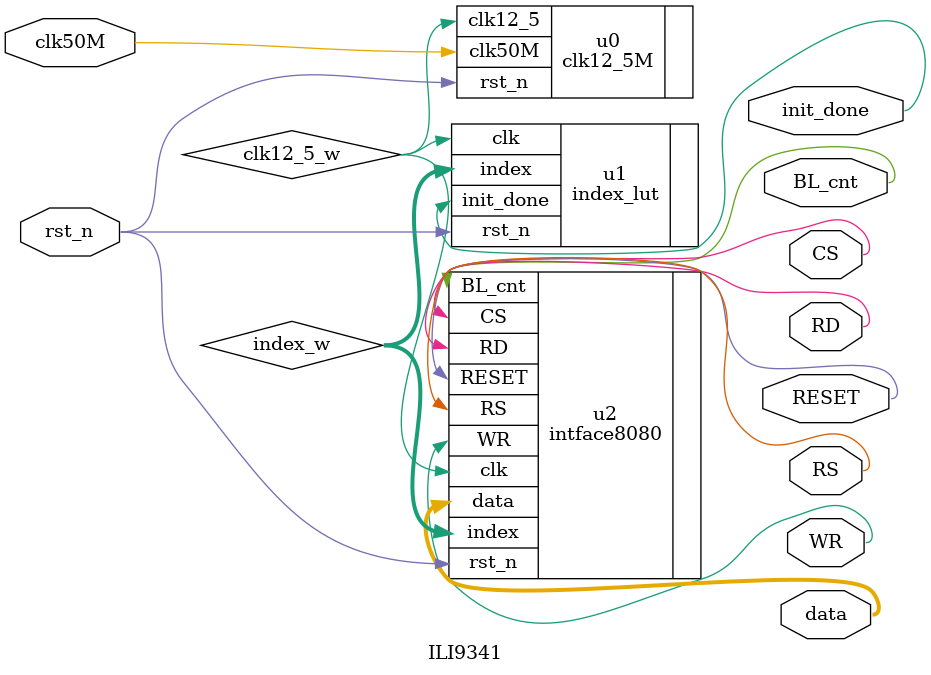
<source format=v>
module ILI9341(input clk50M,
               input rst_n,
					output        WR,
					output        RD,
					output        CS,
					output        RS,
					output        BL_cnt,
					output [15:0] data,
					output        RESET,
					output        init_done);
wire clk12_5_w;
clk12_5M u0(.clk50M(clk50M),
            .rst_n(rst_n),
				.clk12_5(clk12_5_w));
wire [17:0] index_w;
index_lut u1(.clk(clk12_5_w),
             .rst_n(rst_n),
				 .index(index_w),
				 .init_done(init_done)
				 );
intface8080 u2(.clk(clk12_5_w),
            .rst_n(rst_n),
				.index(index_w),//index[17]为高表示读，为低表示写，index[16]为高表示index[15:0]为数据，为低表示index[15:0]为指令
				.WR(WR),
				.RD(RD),
				.CS(CS),
				.RS(RS),
				.BL_cnt(BL_cnt),
				.data(data),
				.RESET(RESET)
				
						 );//16bit 8080 接口
endmodule 
</source>
